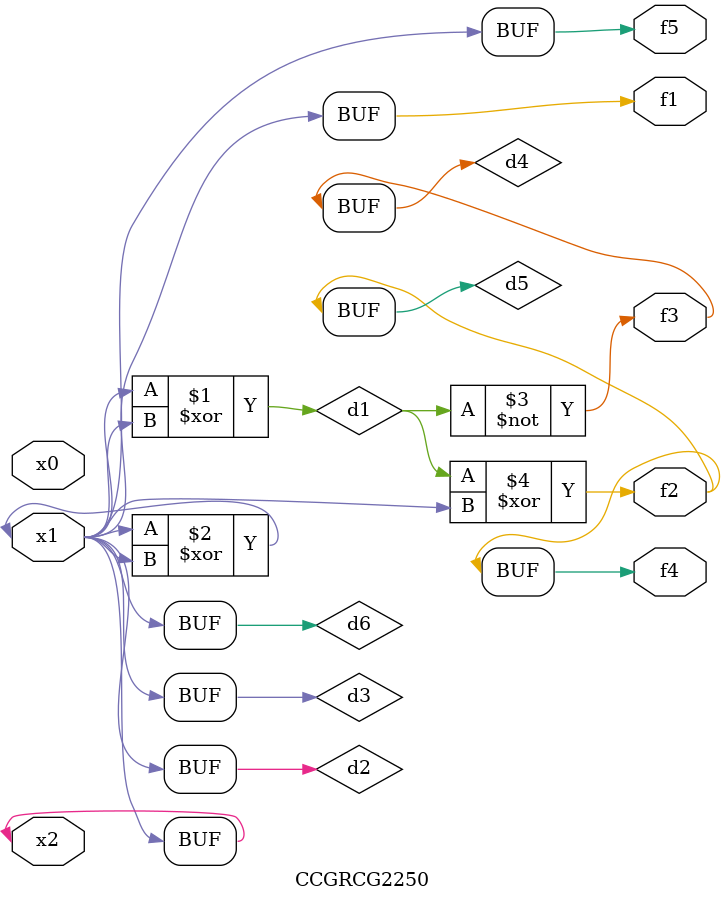
<source format=v>
module CCGRCG2250(
	input x0, x1, x2,
	output f1, f2, f3, f4, f5
);

	wire d1, d2, d3, d4, d5, d6;

	xor (d1, x1, x2);
	buf (d2, x1, x2);
	xor (d3, x1, x2);
	nor (d4, d1);
	xor (d5, d1, d2);
	buf (d6, d2, d3);
	assign f1 = d6;
	assign f2 = d5;
	assign f3 = d4;
	assign f4 = d5;
	assign f5 = d6;
endmodule

</source>
